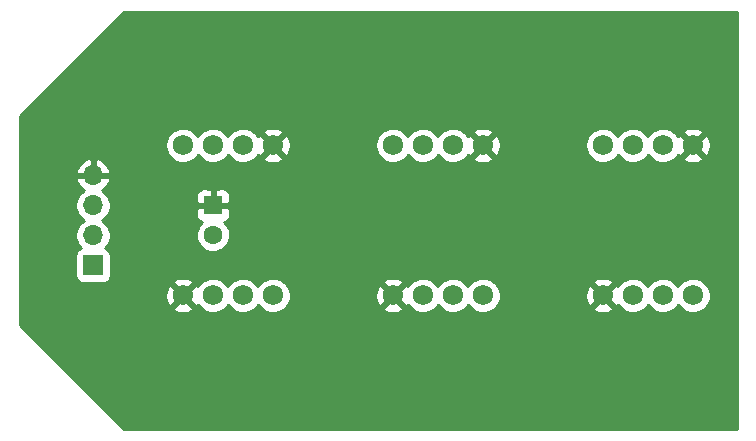
<source format=gbl>
G04 #@! TF.GenerationSoftware,KiCad,Pcbnew,(5.1.0-851-g3912c7407)*
G04 #@! TF.CreationDate,2019-06-16T00:16:21-04:00*
G04 #@! TF.ProjectId,Corsair_RGB_Fan_Adaptor,436f7273-6169-4725-9f52-47425f46616e,rev?*
G04 #@! TF.SameCoordinates,Original*
G04 #@! TF.FileFunction,Copper,L2,Bot*
G04 #@! TF.FilePolarity,Positive*
%FSLAX46Y46*%
G04 Gerber Fmt 4.6, Leading zero omitted, Abs format (unit mm)*
G04 Created by KiCad (PCBNEW (5.1.0-851-g3912c7407)) date 2019-06-16 00:16:21*
%MOMM*%
%LPD*%
G04 APERTURE LIST*
%ADD10C,1.725000*%
%ADD11O,1.700000X1.700000*%
%ADD12R,1.700000X1.700000*%
%ADD13R,1.600000X1.600000*%
%ADD14C,1.600000*%
%ADD15C,0.254000*%
G04 APERTURE END LIST*
D10*
X127000000Y-114300000D03*
X124460000Y-114300000D03*
X121920000Y-114300000D03*
X119380000Y-114300000D03*
X144780000Y-114300000D03*
X142240000Y-114300000D03*
X139700000Y-114300000D03*
X137160000Y-114300000D03*
X162560000Y-114300000D03*
X160020000Y-114300000D03*
X157480000Y-114300000D03*
X154940000Y-114300000D03*
X154940000Y-127000000D03*
X157480000Y-127000000D03*
X160020000Y-127000000D03*
X162560000Y-127000000D03*
X137160000Y-127000000D03*
X139700000Y-127000000D03*
X142240000Y-127000000D03*
X144780000Y-127000000D03*
X119380000Y-127000000D03*
X121920000Y-127000000D03*
X124460000Y-127000000D03*
X127000000Y-127000000D03*
D11*
X111760000Y-116840000D03*
X111760000Y-119380000D03*
X111760000Y-121920000D03*
D12*
X111760000Y-124460000D03*
D13*
X121920000Y-119380000D03*
D14*
X121920000Y-121880000D03*
D15*
G36*
X166243000Y-138303000D02*
G01*
X114352606Y-138303000D01*
X105537000Y-129487394D01*
X105537000Y-128035818D01*
X118523787Y-128035818D01*
X118602681Y-128285954D01*
X118824944Y-128396358D01*
X119062347Y-128468673D01*
X119308415Y-128500926D01*
X119556437Y-128492238D01*
X119799645Y-128442845D01*
X120031405Y-128354095D01*
X120157319Y-128285954D01*
X120236213Y-128035818D01*
X119380000Y-127179605D01*
X118523787Y-128035818D01*
X105537000Y-128035818D01*
X105537000Y-126928415D01*
X117879074Y-126928415D01*
X117887762Y-127176437D01*
X117937155Y-127419645D01*
X118025905Y-127651405D01*
X118094046Y-127777319D01*
X118344182Y-127856213D01*
X119200395Y-127000000D01*
X119559605Y-127000000D01*
X120415818Y-127856213D01*
X120639249Y-127785742D01*
X120784230Y-127983834D01*
X120960167Y-128156124D01*
X121161881Y-128297366D01*
X121383954Y-128403766D01*
X121620423Y-128472466D01*
X121864938Y-128501623D01*
X122110931Y-128490452D01*
X122351797Y-128439255D01*
X122581067Y-128349405D01*
X122792583Y-128223316D01*
X122980665Y-128064374D01*
X123140263Y-127876848D01*
X123187901Y-127797564D01*
X123324230Y-127983834D01*
X123500167Y-128156124D01*
X123701881Y-128297366D01*
X123923954Y-128403766D01*
X124160423Y-128472466D01*
X124404938Y-128501623D01*
X124650931Y-128490452D01*
X124891797Y-128439255D01*
X125121067Y-128349405D01*
X125332583Y-128223316D01*
X125520665Y-128064374D01*
X125680263Y-127876848D01*
X125727901Y-127797564D01*
X125864230Y-127983834D01*
X126040167Y-128156124D01*
X126241881Y-128297366D01*
X126463954Y-128403766D01*
X126700423Y-128472466D01*
X126944938Y-128501623D01*
X127190931Y-128490452D01*
X127431797Y-128439255D01*
X127661067Y-128349405D01*
X127872583Y-128223316D01*
X128060665Y-128064374D01*
X128084968Y-128035818D01*
X136303787Y-128035818D01*
X136382681Y-128285954D01*
X136604944Y-128396358D01*
X136842347Y-128468673D01*
X137088415Y-128500926D01*
X137336437Y-128492238D01*
X137579645Y-128442845D01*
X137811405Y-128354095D01*
X137937319Y-128285954D01*
X138016213Y-128035818D01*
X137160000Y-127179605D01*
X136303787Y-128035818D01*
X128084968Y-128035818D01*
X128220263Y-127876848D01*
X128347089Y-127665773D01*
X128437739Y-127436818D01*
X128489777Y-127196133D01*
X128496319Y-126928415D01*
X135659074Y-126928415D01*
X135667762Y-127176437D01*
X135717155Y-127419645D01*
X135805905Y-127651405D01*
X135874046Y-127777319D01*
X136124182Y-127856213D01*
X136980395Y-127000000D01*
X137339605Y-127000000D01*
X138195818Y-127856213D01*
X138419249Y-127785742D01*
X138564230Y-127983834D01*
X138740167Y-128156124D01*
X138941881Y-128297366D01*
X139163954Y-128403766D01*
X139400423Y-128472466D01*
X139644938Y-128501623D01*
X139890931Y-128490452D01*
X140131797Y-128439255D01*
X140361067Y-128349405D01*
X140572583Y-128223316D01*
X140760665Y-128064374D01*
X140920263Y-127876848D01*
X140967901Y-127797564D01*
X141104230Y-127983834D01*
X141280167Y-128156124D01*
X141481881Y-128297366D01*
X141703954Y-128403766D01*
X141940423Y-128472466D01*
X142184938Y-128501623D01*
X142430931Y-128490452D01*
X142671797Y-128439255D01*
X142901067Y-128349405D01*
X143112583Y-128223316D01*
X143300665Y-128064374D01*
X143460263Y-127876848D01*
X143507901Y-127797564D01*
X143644230Y-127983834D01*
X143820167Y-128156124D01*
X144021881Y-128297366D01*
X144243954Y-128403766D01*
X144480423Y-128472466D01*
X144724938Y-128501623D01*
X144970931Y-128490452D01*
X145211797Y-128439255D01*
X145441067Y-128349405D01*
X145652583Y-128223316D01*
X145840665Y-128064374D01*
X145864968Y-128035818D01*
X154083787Y-128035818D01*
X154162681Y-128285954D01*
X154384944Y-128396358D01*
X154622347Y-128468673D01*
X154868415Y-128500926D01*
X155116437Y-128492238D01*
X155359645Y-128442845D01*
X155591405Y-128354095D01*
X155717319Y-128285954D01*
X155796213Y-128035818D01*
X154940000Y-127179605D01*
X154083787Y-128035818D01*
X145864968Y-128035818D01*
X146000263Y-127876848D01*
X146127089Y-127665773D01*
X146217739Y-127436818D01*
X146269777Y-127196133D01*
X146276319Y-126928415D01*
X153439074Y-126928415D01*
X153447762Y-127176437D01*
X153497155Y-127419645D01*
X153585905Y-127651405D01*
X153654046Y-127777319D01*
X153904182Y-127856213D01*
X154760395Y-127000000D01*
X155119605Y-127000000D01*
X155975818Y-127856213D01*
X156199249Y-127785742D01*
X156344230Y-127983834D01*
X156520167Y-128156124D01*
X156721881Y-128297366D01*
X156943954Y-128403766D01*
X157180423Y-128472466D01*
X157424938Y-128501623D01*
X157670931Y-128490452D01*
X157911797Y-128439255D01*
X158141067Y-128349405D01*
X158352583Y-128223316D01*
X158540665Y-128064374D01*
X158700263Y-127876848D01*
X158747901Y-127797564D01*
X158884230Y-127983834D01*
X159060167Y-128156124D01*
X159261881Y-128297366D01*
X159483954Y-128403766D01*
X159720423Y-128472466D01*
X159964938Y-128501623D01*
X160210931Y-128490452D01*
X160451797Y-128439255D01*
X160681067Y-128349405D01*
X160892583Y-128223316D01*
X161080665Y-128064374D01*
X161240263Y-127876848D01*
X161287901Y-127797564D01*
X161424230Y-127983834D01*
X161600167Y-128156124D01*
X161801881Y-128297366D01*
X162023954Y-128403766D01*
X162260423Y-128472466D01*
X162504938Y-128501623D01*
X162750931Y-128490452D01*
X162991797Y-128439255D01*
X163221067Y-128349405D01*
X163432583Y-128223316D01*
X163620665Y-128064374D01*
X163780263Y-127876848D01*
X163907089Y-127665773D01*
X163997739Y-127436818D01*
X164049777Y-127196133D01*
X164057579Y-126876877D01*
X164017361Y-126633936D01*
X163938004Y-126400827D01*
X163821640Y-126183809D01*
X163671393Y-125988710D01*
X163491300Y-125820770D01*
X163286196Y-125684499D01*
X163061589Y-125583557D01*
X162823512Y-125520654D01*
X162578358Y-125497480D01*
X162332711Y-125514657D01*
X162093168Y-125571725D01*
X161866162Y-125667149D01*
X161657789Y-125798368D01*
X161473646Y-125961858D01*
X161318678Y-126153228D01*
X161291189Y-126201618D01*
X161281640Y-126183809D01*
X161131393Y-125988710D01*
X160951300Y-125820770D01*
X160746196Y-125684499D01*
X160521589Y-125583557D01*
X160283512Y-125520654D01*
X160038358Y-125497480D01*
X159792711Y-125514657D01*
X159553168Y-125571725D01*
X159326162Y-125667149D01*
X159117789Y-125798368D01*
X158933646Y-125961858D01*
X158778678Y-126153228D01*
X158751189Y-126201618D01*
X158741640Y-126183809D01*
X158591393Y-125988710D01*
X158411300Y-125820770D01*
X158206196Y-125684499D01*
X157981589Y-125583557D01*
X157743512Y-125520654D01*
X157498358Y-125497480D01*
X157252711Y-125514657D01*
X157013168Y-125571725D01*
X156786162Y-125667149D01*
X156577789Y-125798368D01*
X156393646Y-125961858D01*
X156238678Y-126153228D01*
X156203285Y-126215531D01*
X155975818Y-126143787D01*
X155119605Y-127000000D01*
X154760395Y-127000000D01*
X153904182Y-126143787D01*
X153654046Y-126222681D01*
X153543642Y-126444944D01*
X153471327Y-126682347D01*
X153439074Y-126928415D01*
X146276319Y-126928415D01*
X146277579Y-126876877D01*
X146237361Y-126633936D01*
X146158004Y-126400827D01*
X146041640Y-126183809D01*
X145891393Y-125988710D01*
X145865091Y-125964182D01*
X154083787Y-125964182D01*
X154940000Y-126820395D01*
X155796213Y-125964182D01*
X155717319Y-125714046D01*
X155495056Y-125603642D01*
X155257653Y-125531327D01*
X155011585Y-125499074D01*
X154763563Y-125507762D01*
X154520355Y-125557155D01*
X154288595Y-125645905D01*
X154162681Y-125714046D01*
X154083787Y-125964182D01*
X145865091Y-125964182D01*
X145711300Y-125820770D01*
X145506196Y-125684499D01*
X145281589Y-125583557D01*
X145043512Y-125520654D01*
X144798358Y-125497480D01*
X144552711Y-125514657D01*
X144313168Y-125571725D01*
X144086162Y-125667149D01*
X143877789Y-125798368D01*
X143693646Y-125961858D01*
X143538678Y-126153228D01*
X143511189Y-126201618D01*
X143501640Y-126183809D01*
X143351393Y-125988710D01*
X143171300Y-125820770D01*
X142966196Y-125684499D01*
X142741589Y-125583557D01*
X142503512Y-125520654D01*
X142258358Y-125497480D01*
X142012711Y-125514657D01*
X141773168Y-125571725D01*
X141546162Y-125667149D01*
X141337789Y-125798368D01*
X141153646Y-125961858D01*
X140998678Y-126153228D01*
X140971189Y-126201618D01*
X140961640Y-126183809D01*
X140811393Y-125988710D01*
X140631300Y-125820770D01*
X140426196Y-125684499D01*
X140201589Y-125583557D01*
X139963512Y-125520654D01*
X139718358Y-125497480D01*
X139472711Y-125514657D01*
X139233168Y-125571725D01*
X139006162Y-125667149D01*
X138797789Y-125798368D01*
X138613646Y-125961858D01*
X138458678Y-126153228D01*
X138423285Y-126215531D01*
X138195818Y-126143787D01*
X137339605Y-127000000D01*
X136980395Y-127000000D01*
X136124182Y-126143787D01*
X135874046Y-126222681D01*
X135763642Y-126444944D01*
X135691327Y-126682347D01*
X135659074Y-126928415D01*
X128496319Y-126928415D01*
X128497579Y-126876877D01*
X128457361Y-126633936D01*
X128378004Y-126400827D01*
X128261640Y-126183809D01*
X128111393Y-125988710D01*
X128085091Y-125964182D01*
X136303787Y-125964182D01*
X137160000Y-126820395D01*
X138016213Y-125964182D01*
X137937319Y-125714046D01*
X137715056Y-125603642D01*
X137477653Y-125531327D01*
X137231585Y-125499074D01*
X136983563Y-125507762D01*
X136740355Y-125557155D01*
X136508595Y-125645905D01*
X136382681Y-125714046D01*
X136303787Y-125964182D01*
X128085091Y-125964182D01*
X127931300Y-125820770D01*
X127726196Y-125684499D01*
X127501589Y-125583557D01*
X127263512Y-125520654D01*
X127018358Y-125497480D01*
X126772711Y-125514657D01*
X126533168Y-125571725D01*
X126306162Y-125667149D01*
X126097789Y-125798368D01*
X125913646Y-125961858D01*
X125758678Y-126153228D01*
X125731189Y-126201618D01*
X125721640Y-126183809D01*
X125571393Y-125988710D01*
X125391300Y-125820770D01*
X125186196Y-125684499D01*
X124961589Y-125583557D01*
X124723512Y-125520654D01*
X124478358Y-125497480D01*
X124232711Y-125514657D01*
X123993168Y-125571725D01*
X123766162Y-125667149D01*
X123557789Y-125798368D01*
X123373646Y-125961858D01*
X123218678Y-126153228D01*
X123191189Y-126201618D01*
X123181640Y-126183809D01*
X123031393Y-125988710D01*
X122851300Y-125820770D01*
X122646196Y-125684499D01*
X122421589Y-125583557D01*
X122183512Y-125520654D01*
X121938358Y-125497480D01*
X121692711Y-125514657D01*
X121453168Y-125571725D01*
X121226162Y-125667149D01*
X121017789Y-125798368D01*
X120833646Y-125961858D01*
X120678678Y-126153228D01*
X120643285Y-126215531D01*
X120415818Y-126143787D01*
X119559605Y-127000000D01*
X119200395Y-127000000D01*
X118344182Y-126143787D01*
X118094046Y-126222681D01*
X117983642Y-126444944D01*
X117911327Y-126682347D01*
X117879074Y-126928415D01*
X105537000Y-126928415D01*
X105537000Y-125964182D01*
X118523787Y-125964182D01*
X119380000Y-126820395D01*
X120236213Y-125964182D01*
X120157319Y-125714046D01*
X119935056Y-125603642D01*
X119697653Y-125531327D01*
X119451585Y-125499074D01*
X119203563Y-125507762D01*
X118960355Y-125557155D01*
X118728595Y-125645905D01*
X118602681Y-125714046D01*
X118523787Y-125964182D01*
X105537000Y-125964182D01*
X105537000Y-123610000D01*
X110269953Y-123610000D01*
X110269953Y-125310000D01*
X110301279Y-125507785D01*
X110369590Y-125652954D01*
X110471858Y-125776574D01*
X110601655Y-125870877D01*
X110750827Y-125929939D01*
X110910000Y-125950047D01*
X112610000Y-125950047D01*
X112807785Y-125918721D01*
X112952954Y-125850410D01*
X113076574Y-125748142D01*
X113170877Y-125618345D01*
X113229939Y-125469173D01*
X113250047Y-125310000D01*
X113250047Y-123610000D01*
X113218721Y-123412215D01*
X113150410Y-123267046D01*
X113048142Y-123143426D01*
X112918345Y-123049123D01*
X112784125Y-122995981D01*
X112849782Y-122936238D01*
X113001127Y-122744603D01*
X113119140Y-122530822D01*
X113200653Y-122300637D01*
X113243476Y-122060230D01*
X113246459Y-121816057D01*
X113209523Y-121574675D01*
X113133658Y-121342567D01*
X113020903Y-121125967D01*
X112874286Y-120930691D01*
X112697743Y-120761983D01*
X112532302Y-120649127D01*
X112669171Y-120560582D01*
X112849782Y-120396238D01*
X113001127Y-120204603D01*
X113014708Y-120180000D01*
X120479953Y-120180000D01*
X120500061Y-120339173D01*
X120559123Y-120488345D01*
X120653426Y-120618142D01*
X120777046Y-120720410D01*
X120922215Y-120788721D01*
X120976067Y-120798994D01*
X120878987Y-120885186D01*
X120730486Y-121068569D01*
X120613931Y-121273743D01*
X120532451Y-121495199D01*
X120488235Y-121726988D01*
X120482470Y-121962887D01*
X120515310Y-122196561D01*
X120585875Y-122421732D01*
X120692268Y-122632355D01*
X120831633Y-122822773D01*
X121000227Y-122987872D01*
X121193522Y-123123219D01*
X121406327Y-123225178D01*
X121632927Y-123291011D01*
X121867236Y-123318951D01*
X122102963Y-123308247D01*
X122333776Y-123259186D01*
X122553476Y-123173086D01*
X122756165Y-123052260D01*
X122936397Y-122899951D01*
X123089334Y-122720251D01*
X123210867Y-122517986D01*
X123297733Y-122298587D01*
X123347599Y-122067947D01*
X123355076Y-121762015D01*
X123316536Y-121529214D01*
X123240491Y-121305834D01*
X123128984Y-121097873D01*
X122985008Y-120910917D01*
X122864807Y-120798827D01*
X122917785Y-120788721D01*
X123062954Y-120720410D01*
X123186574Y-120618142D01*
X123280877Y-120488345D01*
X123339939Y-120339173D01*
X123360047Y-120180000D01*
X123355000Y-119665750D01*
X123196250Y-119507000D01*
X122047000Y-119507000D01*
X122047000Y-119527000D01*
X121793000Y-119527000D01*
X121793000Y-119507000D01*
X120643750Y-119507000D01*
X120485000Y-119665750D01*
X120479953Y-120180000D01*
X113014708Y-120180000D01*
X113119140Y-119990822D01*
X113200653Y-119760637D01*
X113243476Y-119520230D01*
X113246459Y-119276057D01*
X113209523Y-119034675D01*
X113133658Y-118802567D01*
X113020903Y-118585967D01*
X113016423Y-118580000D01*
X120479953Y-118580000D01*
X120485000Y-119094250D01*
X120643750Y-119253000D01*
X121793000Y-119253000D01*
X121793000Y-118103750D01*
X122047000Y-118103750D01*
X122047000Y-119253000D01*
X123196250Y-119253000D01*
X123355000Y-119094250D01*
X123360047Y-118580000D01*
X123339939Y-118420827D01*
X123280877Y-118271655D01*
X123186574Y-118141858D01*
X123062954Y-118039590D01*
X122917785Y-117971279D01*
X122760189Y-117941216D01*
X122205750Y-117945000D01*
X122047000Y-118103750D01*
X121793000Y-118103750D01*
X121634250Y-117945000D01*
X121079811Y-117941216D01*
X120922215Y-117971279D01*
X120777046Y-118039590D01*
X120653426Y-118141858D01*
X120559123Y-118271655D01*
X120500061Y-118420827D01*
X120479953Y-118580000D01*
X113016423Y-118580000D01*
X112874286Y-118390691D01*
X112697743Y-118221983D01*
X112529146Y-118106974D01*
X112565601Y-118087495D01*
X112759945Y-117937883D01*
X112927013Y-117758324D01*
X113062248Y-117553715D01*
X113161961Y-117329638D01*
X113201476Y-117196890D01*
X113080155Y-116967000D01*
X111887000Y-116967000D01*
X111887000Y-116987000D01*
X111633000Y-116987000D01*
X111633000Y-116967000D01*
X110439845Y-116967000D01*
X110318524Y-117196890D01*
X110358039Y-117329638D01*
X110457752Y-117553715D01*
X110592987Y-117758324D01*
X110760055Y-117937883D01*
X110954399Y-118087495D01*
X110992427Y-118107814D01*
X110850829Y-118199418D01*
X110670218Y-118363762D01*
X110518873Y-118555397D01*
X110400860Y-118769178D01*
X110319347Y-118999363D01*
X110276524Y-119239770D01*
X110273541Y-119483943D01*
X110310477Y-119725325D01*
X110386342Y-119957433D01*
X110499097Y-120174033D01*
X110645714Y-120369309D01*
X110822257Y-120538017D01*
X110987698Y-120650873D01*
X110850829Y-120739418D01*
X110670218Y-120903762D01*
X110518873Y-121095397D01*
X110400860Y-121309178D01*
X110319347Y-121539363D01*
X110276524Y-121779770D01*
X110273541Y-122023943D01*
X110310477Y-122265325D01*
X110386342Y-122497433D01*
X110499097Y-122714033D01*
X110645714Y-122909309D01*
X110737727Y-122997238D01*
X110712215Y-123001279D01*
X110567046Y-123069590D01*
X110443426Y-123171858D01*
X110349123Y-123301655D01*
X110290061Y-123450827D01*
X110269953Y-123610000D01*
X105537000Y-123610000D01*
X105537000Y-116483110D01*
X110318524Y-116483110D01*
X110439845Y-116713000D01*
X111633000Y-116713000D01*
X111633000Y-115519187D01*
X111887000Y-115519187D01*
X111887000Y-116713000D01*
X113080155Y-116713000D01*
X113201476Y-116483110D01*
X113161961Y-116350362D01*
X113062248Y-116126285D01*
X112927013Y-115921676D01*
X112759945Y-115742117D01*
X112565601Y-115592505D01*
X112349283Y-115476922D01*
X112116891Y-115398520D01*
X111887000Y-115519187D01*
X111633000Y-115519187D01*
X111403109Y-115398520D01*
X111170717Y-115476922D01*
X110954399Y-115592505D01*
X110760055Y-115742117D01*
X110592987Y-115921676D01*
X110457752Y-116126285D01*
X110358039Y-116350362D01*
X110318524Y-116483110D01*
X105537000Y-116483110D01*
X105537000Y-114386498D01*
X117879860Y-114386498D01*
X117914131Y-114630348D01*
X117987768Y-114865327D01*
X118098796Y-115085123D01*
X118244230Y-115283834D01*
X118420167Y-115456124D01*
X118621881Y-115597366D01*
X118843954Y-115703766D01*
X119080423Y-115772466D01*
X119324938Y-115801623D01*
X119570931Y-115790452D01*
X119811797Y-115739255D01*
X120041067Y-115649405D01*
X120252583Y-115523316D01*
X120440665Y-115364374D01*
X120600263Y-115176848D01*
X120647901Y-115097564D01*
X120784230Y-115283834D01*
X120960167Y-115456124D01*
X121161881Y-115597366D01*
X121383954Y-115703766D01*
X121620423Y-115772466D01*
X121864938Y-115801623D01*
X122110931Y-115790452D01*
X122351797Y-115739255D01*
X122581067Y-115649405D01*
X122792583Y-115523316D01*
X122980665Y-115364374D01*
X123140263Y-115176848D01*
X123187901Y-115097564D01*
X123324230Y-115283834D01*
X123500167Y-115456124D01*
X123701881Y-115597366D01*
X123923954Y-115703766D01*
X124160423Y-115772466D01*
X124404938Y-115801623D01*
X124650931Y-115790452D01*
X124891797Y-115739255D01*
X125121067Y-115649405D01*
X125332583Y-115523316D01*
X125520665Y-115364374D01*
X125544968Y-115335818D01*
X126143787Y-115335818D01*
X126222681Y-115585954D01*
X126444944Y-115696358D01*
X126682347Y-115768673D01*
X126928415Y-115800926D01*
X127176437Y-115792238D01*
X127419645Y-115742845D01*
X127651405Y-115654095D01*
X127777319Y-115585954D01*
X127856213Y-115335818D01*
X127000000Y-114479605D01*
X126143787Y-115335818D01*
X125544968Y-115335818D01*
X125680263Y-115176848D01*
X125735920Y-115084218D01*
X125964182Y-115156213D01*
X126820395Y-114300000D01*
X127179605Y-114300000D01*
X128035818Y-115156213D01*
X128285954Y-115077319D01*
X128396358Y-114855056D01*
X128468673Y-114617653D01*
X128498971Y-114386498D01*
X135659860Y-114386498D01*
X135694131Y-114630348D01*
X135767768Y-114865327D01*
X135878796Y-115085123D01*
X136024230Y-115283834D01*
X136200167Y-115456124D01*
X136401881Y-115597366D01*
X136623954Y-115703766D01*
X136860423Y-115772466D01*
X137104938Y-115801623D01*
X137350931Y-115790452D01*
X137591797Y-115739255D01*
X137821067Y-115649405D01*
X138032583Y-115523316D01*
X138220665Y-115364374D01*
X138380263Y-115176848D01*
X138427901Y-115097564D01*
X138564230Y-115283834D01*
X138740167Y-115456124D01*
X138941881Y-115597366D01*
X139163954Y-115703766D01*
X139400423Y-115772466D01*
X139644938Y-115801623D01*
X139890931Y-115790452D01*
X140131797Y-115739255D01*
X140361067Y-115649405D01*
X140572583Y-115523316D01*
X140760665Y-115364374D01*
X140920263Y-115176848D01*
X140967901Y-115097564D01*
X141104230Y-115283834D01*
X141280167Y-115456124D01*
X141481881Y-115597366D01*
X141703954Y-115703766D01*
X141940423Y-115772466D01*
X142184938Y-115801623D01*
X142430931Y-115790452D01*
X142671797Y-115739255D01*
X142901067Y-115649405D01*
X143112583Y-115523316D01*
X143300665Y-115364374D01*
X143324968Y-115335818D01*
X143923787Y-115335818D01*
X144002681Y-115585954D01*
X144224944Y-115696358D01*
X144462347Y-115768673D01*
X144708415Y-115800926D01*
X144956437Y-115792238D01*
X145199645Y-115742845D01*
X145431405Y-115654095D01*
X145557319Y-115585954D01*
X145636213Y-115335818D01*
X144780000Y-114479605D01*
X143923787Y-115335818D01*
X143324968Y-115335818D01*
X143460263Y-115176848D01*
X143515920Y-115084218D01*
X143744182Y-115156213D01*
X144600395Y-114300000D01*
X144959605Y-114300000D01*
X145815818Y-115156213D01*
X146065954Y-115077319D01*
X146176358Y-114855056D01*
X146248673Y-114617653D01*
X146278971Y-114386498D01*
X153439860Y-114386498D01*
X153474131Y-114630348D01*
X153547768Y-114865327D01*
X153658796Y-115085123D01*
X153804230Y-115283834D01*
X153980167Y-115456124D01*
X154181881Y-115597366D01*
X154403954Y-115703766D01*
X154640423Y-115772466D01*
X154884938Y-115801623D01*
X155130931Y-115790452D01*
X155371797Y-115739255D01*
X155601067Y-115649405D01*
X155812583Y-115523316D01*
X156000665Y-115364374D01*
X156160263Y-115176848D01*
X156207901Y-115097564D01*
X156344230Y-115283834D01*
X156520167Y-115456124D01*
X156721881Y-115597366D01*
X156943954Y-115703766D01*
X157180423Y-115772466D01*
X157424938Y-115801623D01*
X157670931Y-115790452D01*
X157911797Y-115739255D01*
X158141067Y-115649405D01*
X158352583Y-115523316D01*
X158540665Y-115364374D01*
X158700263Y-115176848D01*
X158747901Y-115097564D01*
X158884230Y-115283834D01*
X159060167Y-115456124D01*
X159261881Y-115597366D01*
X159483954Y-115703766D01*
X159720423Y-115772466D01*
X159964938Y-115801623D01*
X160210931Y-115790452D01*
X160451797Y-115739255D01*
X160681067Y-115649405D01*
X160892583Y-115523316D01*
X161080665Y-115364374D01*
X161104968Y-115335818D01*
X161703787Y-115335818D01*
X161782681Y-115585954D01*
X162004944Y-115696358D01*
X162242347Y-115768673D01*
X162488415Y-115800926D01*
X162736437Y-115792238D01*
X162979645Y-115742845D01*
X163211405Y-115654095D01*
X163337319Y-115585954D01*
X163416213Y-115335818D01*
X162560000Y-114479605D01*
X161703787Y-115335818D01*
X161104968Y-115335818D01*
X161240263Y-115176848D01*
X161295920Y-115084218D01*
X161524182Y-115156213D01*
X162380395Y-114300000D01*
X162739605Y-114300000D01*
X163595818Y-115156213D01*
X163845954Y-115077319D01*
X163956358Y-114855056D01*
X164028673Y-114617653D01*
X164060926Y-114371585D01*
X164052238Y-114123563D01*
X164002845Y-113880355D01*
X163914095Y-113648595D01*
X163845954Y-113522681D01*
X163595818Y-113443787D01*
X162739605Y-114300000D01*
X162380395Y-114300000D01*
X161524182Y-113443787D01*
X161298369Y-113515009D01*
X161281640Y-113483809D01*
X161131393Y-113288710D01*
X161105091Y-113264182D01*
X161703787Y-113264182D01*
X162560000Y-114120395D01*
X163416213Y-113264182D01*
X163337319Y-113014046D01*
X163115056Y-112903642D01*
X162877653Y-112831327D01*
X162631585Y-112799074D01*
X162383563Y-112807762D01*
X162140355Y-112857155D01*
X161908595Y-112945905D01*
X161782681Y-113014046D01*
X161703787Y-113264182D01*
X161105091Y-113264182D01*
X160951300Y-113120770D01*
X160746196Y-112984499D01*
X160521589Y-112883557D01*
X160283512Y-112820654D01*
X160038358Y-112797480D01*
X159792711Y-112814657D01*
X159553168Y-112871725D01*
X159326162Y-112967149D01*
X159117789Y-113098368D01*
X158933646Y-113261858D01*
X158778678Y-113453228D01*
X158751189Y-113501618D01*
X158741640Y-113483809D01*
X158591393Y-113288710D01*
X158411300Y-113120770D01*
X158206196Y-112984499D01*
X157981589Y-112883557D01*
X157743512Y-112820654D01*
X157498358Y-112797480D01*
X157252711Y-112814657D01*
X157013168Y-112871725D01*
X156786162Y-112967149D01*
X156577789Y-113098368D01*
X156393646Y-113261858D01*
X156238678Y-113453228D01*
X156211189Y-113501618D01*
X156201640Y-113483809D01*
X156051393Y-113288710D01*
X155871300Y-113120770D01*
X155666196Y-112984499D01*
X155441589Y-112883557D01*
X155203512Y-112820654D01*
X154958358Y-112797480D01*
X154712711Y-112814657D01*
X154473168Y-112871725D01*
X154246162Y-112967149D01*
X154037789Y-113098368D01*
X153853646Y-113261858D01*
X153698678Y-113453228D01*
X153577047Y-113667338D01*
X153492018Y-113898439D01*
X153445876Y-114140324D01*
X153439860Y-114386498D01*
X146278971Y-114386498D01*
X146280926Y-114371585D01*
X146272238Y-114123563D01*
X146222845Y-113880355D01*
X146134095Y-113648595D01*
X146065954Y-113522681D01*
X145815818Y-113443787D01*
X144959605Y-114300000D01*
X144600395Y-114300000D01*
X143744182Y-113443787D01*
X143518369Y-113515009D01*
X143501640Y-113483809D01*
X143351393Y-113288710D01*
X143325091Y-113264182D01*
X143923787Y-113264182D01*
X144780000Y-114120395D01*
X145636213Y-113264182D01*
X145557319Y-113014046D01*
X145335056Y-112903642D01*
X145097653Y-112831327D01*
X144851585Y-112799074D01*
X144603563Y-112807762D01*
X144360355Y-112857155D01*
X144128595Y-112945905D01*
X144002681Y-113014046D01*
X143923787Y-113264182D01*
X143325091Y-113264182D01*
X143171300Y-113120770D01*
X142966196Y-112984499D01*
X142741589Y-112883557D01*
X142503512Y-112820654D01*
X142258358Y-112797480D01*
X142012711Y-112814657D01*
X141773168Y-112871725D01*
X141546162Y-112967149D01*
X141337789Y-113098368D01*
X141153646Y-113261858D01*
X140998678Y-113453228D01*
X140971189Y-113501618D01*
X140961640Y-113483809D01*
X140811393Y-113288710D01*
X140631300Y-113120770D01*
X140426196Y-112984499D01*
X140201589Y-112883557D01*
X139963512Y-112820654D01*
X139718358Y-112797480D01*
X139472711Y-112814657D01*
X139233168Y-112871725D01*
X139006162Y-112967149D01*
X138797789Y-113098368D01*
X138613646Y-113261858D01*
X138458678Y-113453228D01*
X138431189Y-113501618D01*
X138421640Y-113483809D01*
X138271393Y-113288710D01*
X138091300Y-113120770D01*
X137886196Y-112984499D01*
X137661589Y-112883557D01*
X137423512Y-112820654D01*
X137178358Y-112797480D01*
X136932711Y-112814657D01*
X136693168Y-112871725D01*
X136466162Y-112967149D01*
X136257789Y-113098368D01*
X136073646Y-113261858D01*
X135918678Y-113453228D01*
X135797047Y-113667338D01*
X135712018Y-113898439D01*
X135665876Y-114140324D01*
X135659860Y-114386498D01*
X128498971Y-114386498D01*
X128500926Y-114371585D01*
X128492238Y-114123563D01*
X128442845Y-113880355D01*
X128354095Y-113648595D01*
X128285954Y-113522681D01*
X128035818Y-113443787D01*
X127179605Y-114300000D01*
X126820395Y-114300000D01*
X125964182Y-113443787D01*
X125738369Y-113515009D01*
X125721640Y-113483809D01*
X125571393Y-113288710D01*
X125545091Y-113264182D01*
X126143787Y-113264182D01*
X127000000Y-114120395D01*
X127856213Y-113264182D01*
X127777319Y-113014046D01*
X127555056Y-112903642D01*
X127317653Y-112831327D01*
X127071585Y-112799074D01*
X126823563Y-112807762D01*
X126580355Y-112857155D01*
X126348595Y-112945905D01*
X126222681Y-113014046D01*
X126143787Y-113264182D01*
X125545091Y-113264182D01*
X125391300Y-113120770D01*
X125186196Y-112984499D01*
X124961589Y-112883557D01*
X124723512Y-112820654D01*
X124478358Y-112797480D01*
X124232711Y-112814657D01*
X123993168Y-112871725D01*
X123766162Y-112967149D01*
X123557789Y-113098368D01*
X123373646Y-113261858D01*
X123218678Y-113453228D01*
X123191189Y-113501618D01*
X123181640Y-113483809D01*
X123031393Y-113288710D01*
X122851300Y-113120770D01*
X122646196Y-112984499D01*
X122421589Y-112883557D01*
X122183512Y-112820654D01*
X121938358Y-112797480D01*
X121692711Y-112814657D01*
X121453168Y-112871725D01*
X121226162Y-112967149D01*
X121017789Y-113098368D01*
X120833646Y-113261858D01*
X120678678Y-113453228D01*
X120651189Y-113501618D01*
X120641640Y-113483809D01*
X120491393Y-113288710D01*
X120311300Y-113120770D01*
X120106196Y-112984499D01*
X119881589Y-112883557D01*
X119643512Y-112820654D01*
X119398358Y-112797480D01*
X119152711Y-112814657D01*
X118913168Y-112871725D01*
X118686162Y-112967149D01*
X118477789Y-113098368D01*
X118293646Y-113261858D01*
X118138678Y-113453228D01*
X118017047Y-113667338D01*
X117932018Y-113898439D01*
X117885876Y-114140324D01*
X117879860Y-114386498D01*
X105537000Y-114386498D01*
X105537000Y-111812606D01*
X114352606Y-102997000D01*
X166243000Y-102997000D01*
X166243000Y-138303000D01*
X166243000Y-138303000D01*
G37*
X166243000Y-138303000D02*
X114352606Y-138303000D01*
X105537000Y-129487394D01*
X105537000Y-128035818D01*
X118523787Y-128035818D01*
X118602681Y-128285954D01*
X118824944Y-128396358D01*
X119062347Y-128468673D01*
X119308415Y-128500926D01*
X119556437Y-128492238D01*
X119799645Y-128442845D01*
X120031405Y-128354095D01*
X120157319Y-128285954D01*
X120236213Y-128035818D01*
X119380000Y-127179605D01*
X118523787Y-128035818D01*
X105537000Y-128035818D01*
X105537000Y-126928415D01*
X117879074Y-126928415D01*
X117887762Y-127176437D01*
X117937155Y-127419645D01*
X118025905Y-127651405D01*
X118094046Y-127777319D01*
X118344182Y-127856213D01*
X119200395Y-127000000D01*
X119559605Y-127000000D01*
X120415818Y-127856213D01*
X120639249Y-127785742D01*
X120784230Y-127983834D01*
X120960167Y-128156124D01*
X121161881Y-128297366D01*
X121383954Y-128403766D01*
X121620423Y-128472466D01*
X121864938Y-128501623D01*
X122110931Y-128490452D01*
X122351797Y-128439255D01*
X122581067Y-128349405D01*
X122792583Y-128223316D01*
X122980665Y-128064374D01*
X123140263Y-127876848D01*
X123187901Y-127797564D01*
X123324230Y-127983834D01*
X123500167Y-128156124D01*
X123701881Y-128297366D01*
X123923954Y-128403766D01*
X124160423Y-128472466D01*
X124404938Y-128501623D01*
X124650931Y-128490452D01*
X124891797Y-128439255D01*
X125121067Y-128349405D01*
X125332583Y-128223316D01*
X125520665Y-128064374D01*
X125680263Y-127876848D01*
X125727901Y-127797564D01*
X125864230Y-127983834D01*
X126040167Y-128156124D01*
X126241881Y-128297366D01*
X126463954Y-128403766D01*
X126700423Y-128472466D01*
X126944938Y-128501623D01*
X127190931Y-128490452D01*
X127431797Y-128439255D01*
X127661067Y-128349405D01*
X127872583Y-128223316D01*
X128060665Y-128064374D01*
X128084968Y-128035818D01*
X136303787Y-128035818D01*
X136382681Y-128285954D01*
X136604944Y-128396358D01*
X136842347Y-128468673D01*
X137088415Y-128500926D01*
X137336437Y-128492238D01*
X137579645Y-128442845D01*
X137811405Y-128354095D01*
X137937319Y-128285954D01*
X138016213Y-128035818D01*
X137160000Y-127179605D01*
X136303787Y-128035818D01*
X128084968Y-128035818D01*
X128220263Y-127876848D01*
X128347089Y-127665773D01*
X128437739Y-127436818D01*
X128489777Y-127196133D01*
X128496319Y-126928415D01*
X135659074Y-126928415D01*
X135667762Y-127176437D01*
X135717155Y-127419645D01*
X135805905Y-127651405D01*
X135874046Y-127777319D01*
X136124182Y-127856213D01*
X136980395Y-127000000D01*
X137339605Y-127000000D01*
X138195818Y-127856213D01*
X138419249Y-127785742D01*
X138564230Y-127983834D01*
X138740167Y-128156124D01*
X138941881Y-128297366D01*
X139163954Y-128403766D01*
X139400423Y-128472466D01*
X139644938Y-128501623D01*
X139890931Y-128490452D01*
X140131797Y-128439255D01*
X140361067Y-128349405D01*
X140572583Y-128223316D01*
X140760665Y-128064374D01*
X140920263Y-127876848D01*
X140967901Y-127797564D01*
X141104230Y-127983834D01*
X141280167Y-128156124D01*
X141481881Y-128297366D01*
X141703954Y-128403766D01*
X141940423Y-128472466D01*
X142184938Y-128501623D01*
X142430931Y-128490452D01*
X142671797Y-128439255D01*
X142901067Y-128349405D01*
X143112583Y-128223316D01*
X143300665Y-128064374D01*
X143460263Y-127876848D01*
X143507901Y-127797564D01*
X143644230Y-127983834D01*
X143820167Y-128156124D01*
X144021881Y-128297366D01*
X144243954Y-128403766D01*
X144480423Y-128472466D01*
X144724938Y-128501623D01*
X144970931Y-128490452D01*
X145211797Y-128439255D01*
X145441067Y-128349405D01*
X145652583Y-128223316D01*
X145840665Y-128064374D01*
X145864968Y-128035818D01*
X154083787Y-128035818D01*
X154162681Y-128285954D01*
X154384944Y-128396358D01*
X154622347Y-128468673D01*
X154868415Y-128500926D01*
X155116437Y-128492238D01*
X155359645Y-128442845D01*
X155591405Y-128354095D01*
X155717319Y-128285954D01*
X155796213Y-128035818D01*
X154940000Y-127179605D01*
X154083787Y-128035818D01*
X145864968Y-128035818D01*
X146000263Y-127876848D01*
X146127089Y-127665773D01*
X146217739Y-127436818D01*
X146269777Y-127196133D01*
X146276319Y-126928415D01*
X153439074Y-126928415D01*
X153447762Y-127176437D01*
X153497155Y-127419645D01*
X153585905Y-127651405D01*
X153654046Y-127777319D01*
X153904182Y-127856213D01*
X154760395Y-127000000D01*
X155119605Y-127000000D01*
X155975818Y-127856213D01*
X156199249Y-127785742D01*
X156344230Y-127983834D01*
X156520167Y-128156124D01*
X156721881Y-128297366D01*
X156943954Y-128403766D01*
X157180423Y-128472466D01*
X157424938Y-128501623D01*
X157670931Y-128490452D01*
X157911797Y-128439255D01*
X158141067Y-128349405D01*
X158352583Y-128223316D01*
X158540665Y-128064374D01*
X158700263Y-127876848D01*
X158747901Y-127797564D01*
X158884230Y-127983834D01*
X159060167Y-128156124D01*
X159261881Y-128297366D01*
X159483954Y-128403766D01*
X159720423Y-128472466D01*
X159964938Y-128501623D01*
X160210931Y-128490452D01*
X160451797Y-128439255D01*
X160681067Y-128349405D01*
X160892583Y-128223316D01*
X161080665Y-128064374D01*
X161240263Y-127876848D01*
X161287901Y-127797564D01*
X161424230Y-127983834D01*
X161600167Y-128156124D01*
X161801881Y-128297366D01*
X162023954Y-128403766D01*
X162260423Y-128472466D01*
X162504938Y-128501623D01*
X162750931Y-128490452D01*
X162991797Y-128439255D01*
X163221067Y-128349405D01*
X163432583Y-128223316D01*
X163620665Y-128064374D01*
X163780263Y-127876848D01*
X163907089Y-127665773D01*
X163997739Y-127436818D01*
X164049777Y-127196133D01*
X164057579Y-126876877D01*
X164017361Y-126633936D01*
X163938004Y-126400827D01*
X163821640Y-126183809D01*
X163671393Y-125988710D01*
X163491300Y-125820770D01*
X163286196Y-125684499D01*
X163061589Y-125583557D01*
X162823512Y-125520654D01*
X162578358Y-125497480D01*
X162332711Y-125514657D01*
X162093168Y-125571725D01*
X161866162Y-125667149D01*
X161657789Y-125798368D01*
X161473646Y-125961858D01*
X161318678Y-126153228D01*
X161291189Y-126201618D01*
X161281640Y-126183809D01*
X161131393Y-125988710D01*
X160951300Y-125820770D01*
X160746196Y-125684499D01*
X160521589Y-125583557D01*
X160283512Y-125520654D01*
X160038358Y-125497480D01*
X159792711Y-125514657D01*
X159553168Y-125571725D01*
X159326162Y-125667149D01*
X159117789Y-125798368D01*
X158933646Y-125961858D01*
X158778678Y-126153228D01*
X158751189Y-126201618D01*
X158741640Y-126183809D01*
X158591393Y-125988710D01*
X158411300Y-125820770D01*
X158206196Y-125684499D01*
X157981589Y-125583557D01*
X157743512Y-125520654D01*
X157498358Y-125497480D01*
X157252711Y-125514657D01*
X157013168Y-125571725D01*
X156786162Y-125667149D01*
X156577789Y-125798368D01*
X156393646Y-125961858D01*
X156238678Y-126153228D01*
X156203285Y-126215531D01*
X155975818Y-126143787D01*
X155119605Y-127000000D01*
X154760395Y-127000000D01*
X153904182Y-126143787D01*
X153654046Y-126222681D01*
X153543642Y-126444944D01*
X153471327Y-126682347D01*
X153439074Y-126928415D01*
X146276319Y-126928415D01*
X146277579Y-126876877D01*
X146237361Y-126633936D01*
X146158004Y-126400827D01*
X146041640Y-126183809D01*
X145891393Y-125988710D01*
X145865091Y-125964182D01*
X154083787Y-125964182D01*
X154940000Y-126820395D01*
X155796213Y-125964182D01*
X155717319Y-125714046D01*
X155495056Y-125603642D01*
X155257653Y-125531327D01*
X155011585Y-125499074D01*
X154763563Y-125507762D01*
X154520355Y-125557155D01*
X154288595Y-125645905D01*
X154162681Y-125714046D01*
X154083787Y-125964182D01*
X145865091Y-125964182D01*
X145711300Y-125820770D01*
X145506196Y-125684499D01*
X145281589Y-125583557D01*
X145043512Y-125520654D01*
X144798358Y-125497480D01*
X144552711Y-125514657D01*
X144313168Y-125571725D01*
X144086162Y-125667149D01*
X143877789Y-125798368D01*
X143693646Y-125961858D01*
X143538678Y-126153228D01*
X143511189Y-126201618D01*
X143501640Y-126183809D01*
X143351393Y-125988710D01*
X143171300Y-125820770D01*
X142966196Y-125684499D01*
X142741589Y-125583557D01*
X142503512Y-125520654D01*
X142258358Y-125497480D01*
X142012711Y-125514657D01*
X141773168Y-125571725D01*
X141546162Y-125667149D01*
X141337789Y-125798368D01*
X141153646Y-125961858D01*
X140998678Y-126153228D01*
X140971189Y-126201618D01*
X140961640Y-126183809D01*
X140811393Y-125988710D01*
X140631300Y-125820770D01*
X140426196Y-125684499D01*
X140201589Y-125583557D01*
X139963512Y-125520654D01*
X139718358Y-125497480D01*
X139472711Y-125514657D01*
X139233168Y-125571725D01*
X139006162Y-125667149D01*
X138797789Y-125798368D01*
X138613646Y-125961858D01*
X138458678Y-126153228D01*
X138423285Y-126215531D01*
X138195818Y-126143787D01*
X137339605Y-127000000D01*
X136980395Y-127000000D01*
X136124182Y-126143787D01*
X135874046Y-126222681D01*
X135763642Y-126444944D01*
X135691327Y-126682347D01*
X135659074Y-126928415D01*
X128496319Y-126928415D01*
X128497579Y-126876877D01*
X128457361Y-126633936D01*
X128378004Y-126400827D01*
X128261640Y-126183809D01*
X128111393Y-125988710D01*
X128085091Y-125964182D01*
X136303787Y-125964182D01*
X137160000Y-126820395D01*
X138016213Y-125964182D01*
X137937319Y-125714046D01*
X137715056Y-125603642D01*
X137477653Y-125531327D01*
X137231585Y-125499074D01*
X136983563Y-125507762D01*
X136740355Y-125557155D01*
X136508595Y-125645905D01*
X136382681Y-125714046D01*
X136303787Y-125964182D01*
X128085091Y-125964182D01*
X127931300Y-125820770D01*
X127726196Y-125684499D01*
X127501589Y-125583557D01*
X127263512Y-125520654D01*
X127018358Y-125497480D01*
X126772711Y-125514657D01*
X126533168Y-125571725D01*
X126306162Y-125667149D01*
X126097789Y-125798368D01*
X125913646Y-125961858D01*
X125758678Y-126153228D01*
X125731189Y-126201618D01*
X125721640Y-126183809D01*
X125571393Y-125988710D01*
X125391300Y-125820770D01*
X125186196Y-125684499D01*
X124961589Y-125583557D01*
X124723512Y-125520654D01*
X124478358Y-125497480D01*
X124232711Y-125514657D01*
X123993168Y-125571725D01*
X123766162Y-125667149D01*
X123557789Y-125798368D01*
X123373646Y-125961858D01*
X123218678Y-126153228D01*
X123191189Y-126201618D01*
X123181640Y-126183809D01*
X123031393Y-125988710D01*
X122851300Y-125820770D01*
X122646196Y-125684499D01*
X122421589Y-125583557D01*
X122183512Y-125520654D01*
X121938358Y-125497480D01*
X121692711Y-125514657D01*
X121453168Y-125571725D01*
X121226162Y-125667149D01*
X121017789Y-125798368D01*
X120833646Y-125961858D01*
X120678678Y-126153228D01*
X120643285Y-126215531D01*
X120415818Y-126143787D01*
X119559605Y-127000000D01*
X119200395Y-127000000D01*
X118344182Y-126143787D01*
X118094046Y-126222681D01*
X117983642Y-126444944D01*
X117911327Y-126682347D01*
X117879074Y-126928415D01*
X105537000Y-126928415D01*
X105537000Y-125964182D01*
X118523787Y-125964182D01*
X119380000Y-126820395D01*
X120236213Y-125964182D01*
X120157319Y-125714046D01*
X119935056Y-125603642D01*
X119697653Y-125531327D01*
X119451585Y-125499074D01*
X119203563Y-125507762D01*
X118960355Y-125557155D01*
X118728595Y-125645905D01*
X118602681Y-125714046D01*
X118523787Y-125964182D01*
X105537000Y-125964182D01*
X105537000Y-123610000D01*
X110269953Y-123610000D01*
X110269953Y-125310000D01*
X110301279Y-125507785D01*
X110369590Y-125652954D01*
X110471858Y-125776574D01*
X110601655Y-125870877D01*
X110750827Y-125929939D01*
X110910000Y-125950047D01*
X112610000Y-125950047D01*
X112807785Y-125918721D01*
X112952954Y-125850410D01*
X113076574Y-125748142D01*
X113170877Y-125618345D01*
X113229939Y-125469173D01*
X113250047Y-125310000D01*
X113250047Y-123610000D01*
X113218721Y-123412215D01*
X113150410Y-123267046D01*
X113048142Y-123143426D01*
X112918345Y-123049123D01*
X112784125Y-122995981D01*
X112849782Y-122936238D01*
X113001127Y-122744603D01*
X113119140Y-122530822D01*
X113200653Y-122300637D01*
X113243476Y-122060230D01*
X113246459Y-121816057D01*
X113209523Y-121574675D01*
X113133658Y-121342567D01*
X113020903Y-121125967D01*
X112874286Y-120930691D01*
X112697743Y-120761983D01*
X112532302Y-120649127D01*
X112669171Y-120560582D01*
X112849782Y-120396238D01*
X113001127Y-120204603D01*
X113014708Y-120180000D01*
X120479953Y-120180000D01*
X120500061Y-120339173D01*
X120559123Y-120488345D01*
X120653426Y-120618142D01*
X120777046Y-120720410D01*
X120922215Y-120788721D01*
X120976067Y-120798994D01*
X120878987Y-120885186D01*
X120730486Y-121068569D01*
X120613931Y-121273743D01*
X120532451Y-121495199D01*
X120488235Y-121726988D01*
X120482470Y-121962887D01*
X120515310Y-122196561D01*
X120585875Y-122421732D01*
X120692268Y-122632355D01*
X120831633Y-122822773D01*
X121000227Y-122987872D01*
X121193522Y-123123219D01*
X121406327Y-123225178D01*
X121632927Y-123291011D01*
X121867236Y-123318951D01*
X122102963Y-123308247D01*
X122333776Y-123259186D01*
X122553476Y-123173086D01*
X122756165Y-123052260D01*
X122936397Y-122899951D01*
X123089334Y-122720251D01*
X123210867Y-122517986D01*
X123297733Y-122298587D01*
X123347599Y-122067947D01*
X123355076Y-121762015D01*
X123316536Y-121529214D01*
X123240491Y-121305834D01*
X123128984Y-121097873D01*
X122985008Y-120910917D01*
X122864807Y-120798827D01*
X122917785Y-120788721D01*
X123062954Y-120720410D01*
X123186574Y-120618142D01*
X123280877Y-120488345D01*
X123339939Y-120339173D01*
X123360047Y-120180000D01*
X123355000Y-119665750D01*
X123196250Y-119507000D01*
X122047000Y-119507000D01*
X122047000Y-119527000D01*
X121793000Y-119527000D01*
X121793000Y-119507000D01*
X120643750Y-119507000D01*
X120485000Y-119665750D01*
X120479953Y-120180000D01*
X113014708Y-120180000D01*
X113119140Y-119990822D01*
X113200653Y-119760637D01*
X113243476Y-119520230D01*
X113246459Y-119276057D01*
X113209523Y-119034675D01*
X113133658Y-118802567D01*
X113020903Y-118585967D01*
X113016423Y-118580000D01*
X120479953Y-118580000D01*
X120485000Y-119094250D01*
X120643750Y-119253000D01*
X121793000Y-119253000D01*
X121793000Y-118103750D01*
X122047000Y-118103750D01*
X122047000Y-119253000D01*
X123196250Y-119253000D01*
X123355000Y-119094250D01*
X123360047Y-118580000D01*
X123339939Y-118420827D01*
X123280877Y-118271655D01*
X123186574Y-118141858D01*
X123062954Y-118039590D01*
X122917785Y-117971279D01*
X122760189Y-117941216D01*
X122205750Y-117945000D01*
X122047000Y-118103750D01*
X121793000Y-118103750D01*
X121634250Y-117945000D01*
X121079811Y-117941216D01*
X120922215Y-117971279D01*
X120777046Y-118039590D01*
X120653426Y-118141858D01*
X120559123Y-118271655D01*
X120500061Y-118420827D01*
X120479953Y-118580000D01*
X113016423Y-118580000D01*
X112874286Y-118390691D01*
X112697743Y-118221983D01*
X112529146Y-118106974D01*
X112565601Y-118087495D01*
X112759945Y-117937883D01*
X112927013Y-117758324D01*
X113062248Y-117553715D01*
X113161961Y-117329638D01*
X113201476Y-117196890D01*
X113080155Y-116967000D01*
X111887000Y-116967000D01*
X111887000Y-116987000D01*
X111633000Y-116987000D01*
X111633000Y-116967000D01*
X110439845Y-116967000D01*
X110318524Y-117196890D01*
X110358039Y-117329638D01*
X110457752Y-117553715D01*
X110592987Y-117758324D01*
X110760055Y-117937883D01*
X110954399Y-118087495D01*
X110992427Y-118107814D01*
X110850829Y-118199418D01*
X110670218Y-118363762D01*
X110518873Y-118555397D01*
X110400860Y-118769178D01*
X110319347Y-118999363D01*
X110276524Y-119239770D01*
X110273541Y-119483943D01*
X110310477Y-119725325D01*
X110386342Y-119957433D01*
X110499097Y-120174033D01*
X110645714Y-120369309D01*
X110822257Y-120538017D01*
X110987698Y-120650873D01*
X110850829Y-120739418D01*
X110670218Y-120903762D01*
X110518873Y-121095397D01*
X110400860Y-121309178D01*
X110319347Y-121539363D01*
X110276524Y-121779770D01*
X110273541Y-122023943D01*
X110310477Y-122265325D01*
X110386342Y-122497433D01*
X110499097Y-122714033D01*
X110645714Y-122909309D01*
X110737727Y-122997238D01*
X110712215Y-123001279D01*
X110567046Y-123069590D01*
X110443426Y-123171858D01*
X110349123Y-123301655D01*
X110290061Y-123450827D01*
X110269953Y-123610000D01*
X105537000Y-123610000D01*
X105537000Y-116483110D01*
X110318524Y-116483110D01*
X110439845Y-116713000D01*
X111633000Y-116713000D01*
X111633000Y-115519187D01*
X111887000Y-115519187D01*
X111887000Y-116713000D01*
X113080155Y-116713000D01*
X113201476Y-116483110D01*
X113161961Y-116350362D01*
X113062248Y-116126285D01*
X112927013Y-115921676D01*
X112759945Y-115742117D01*
X112565601Y-115592505D01*
X112349283Y-115476922D01*
X112116891Y-115398520D01*
X111887000Y-115519187D01*
X111633000Y-115519187D01*
X111403109Y-115398520D01*
X111170717Y-115476922D01*
X110954399Y-115592505D01*
X110760055Y-115742117D01*
X110592987Y-115921676D01*
X110457752Y-116126285D01*
X110358039Y-116350362D01*
X110318524Y-116483110D01*
X105537000Y-116483110D01*
X105537000Y-114386498D01*
X117879860Y-114386498D01*
X117914131Y-114630348D01*
X117987768Y-114865327D01*
X118098796Y-115085123D01*
X118244230Y-115283834D01*
X118420167Y-115456124D01*
X118621881Y-115597366D01*
X118843954Y-115703766D01*
X119080423Y-115772466D01*
X119324938Y-115801623D01*
X119570931Y-115790452D01*
X119811797Y-115739255D01*
X120041067Y-115649405D01*
X120252583Y-115523316D01*
X120440665Y-115364374D01*
X120600263Y-115176848D01*
X120647901Y-115097564D01*
X120784230Y-115283834D01*
X120960167Y-115456124D01*
X121161881Y-115597366D01*
X121383954Y-115703766D01*
X121620423Y-115772466D01*
X121864938Y-115801623D01*
X122110931Y-115790452D01*
X122351797Y-115739255D01*
X122581067Y-115649405D01*
X122792583Y-115523316D01*
X122980665Y-115364374D01*
X123140263Y-115176848D01*
X123187901Y-115097564D01*
X123324230Y-115283834D01*
X123500167Y-115456124D01*
X123701881Y-115597366D01*
X123923954Y-115703766D01*
X124160423Y-115772466D01*
X124404938Y-115801623D01*
X124650931Y-115790452D01*
X124891797Y-115739255D01*
X125121067Y-115649405D01*
X125332583Y-115523316D01*
X125520665Y-115364374D01*
X125544968Y-115335818D01*
X126143787Y-115335818D01*
X126222681Y-115585954D01*
X126444944Y-115696358D01*
X126682347Y-115768673D01*
X126928415Y-115800926D01*
X127176437Y-115792238D01*
X127419645Y-115742845D01*
X127651405Y-115654095D01*
X127777319Y-115585954D01*
X127856213Y-115335818D01*
X127000000Y-114479605D01*
X126143787Y-115335818D01*
X125544968Y-115335818D01*
X125680263Y-115176848D01*
X125735920Y-115084218D01*
X125964182Y-115156213D01*
X126820395Y-114300000D01*
X127179605Y-114300000D01*
X128035818Y-115156213D01*
X128285954Y-115077319D01*
X128396358Y-114855056D01*
X128468673Y-114617653D01*
X128498971Y-114386498D01*
X135659860Y-114386498D01*
X135694131Y-114630348D01*
X135767768Y-114865327D01*
X135878796Y-115085123D01*
X136024230Y-115283834D01*
X136200167Y-115456124D01*
X136401881Y-115597366D01*
X136623954Y-115703766D01*
X136860423Y-115772466D01*
X137104938Y-115801623D01*
X137350931Y-115790452D01*
X137591797Y-115739255D01*
X137821067Y-115649405D01*
X138032583Y-115523316D01*
X138220665Y-115364374D01*
X138380263Y-115176848D01*
X138427901Y-115097564D01*
X138564230Y-115283834D01*
X138740167Y-115456124D01*
X138941881Y-115597366D01*
X139163954Y-115703766D01*
X139400423Y-115772466D01*
X139644938Y-115801623D01*
X139890931Y-115790452D01*
X140131797Y-115739255D01*
X140361067Y-115649405D01*
X140572583Y-115523316D01*
X140760665Y-115364374D01*
X140920263Y-115176848D01*
X140967901Y-115097564D01*
X141104230Y-115283834D01*
X141280167Y-115456124D01*
X141481881Y-115597366D01*
X141703954Y-115703766D01*
X141940423Y-115772466D01*
X142184938Y-115801623D01*
X142430931Y-115790452D01*
X142671797Y-115739255D01*
X142901067Y-115649405D01*
X143112583Y-115523316D01*
X143300665Y-115364374D01*
X143324968Y-115335818D01*
X143923787Y-115335818D01*
X144002681Y-115585954D01*
X144224944Y-115696358D01*
X144462347Y-115768673D01*
X144708415Y-115800926D01*
X144956437Y-115792238D01*
X145199645Y-115742845D01*
X145431405Y-115654095D01*
X145557319Y-115585954D01*
X145636213Y-115335818D01*
X144780000Y-114479605D01*
X143923787Y-115335818D01*
X143324968Y-115335818D01*
X143460263Y-115176848D01*
X143515920Y-115084218D01*
X143744182Y-115156213D01*
X144600395Y-114300000D01*
X144959605Y-114300000D01*
X145815818Y-115156213D01*
X146065954Y-115077319D01*
X146176358Y-114855056D01*
X146248673Y-114617653D01*
X146278971Y-114386498D01*
X153439860Y-114386498D01*
X153474131Y-114630348D01*
X153547768Y-114865327D01*
X153658796Y-115085123D01*
X153804230Y-115283834D01*
X153980167Y-115456124D01*
X154181881Y-115597366D01*
X154403954Y-115703766D01*
X154640423Y-115772466D01*
X154884938Y-115801623D01*
X155130931Y-115790452D01*
X155371797Y-115739255D01*
X155601067Y-115649405D01*
X155812583Y-115523316D01*
X156000665Y-115364374D01*
X156160263Y-115176848D01*
X156207901Y-115097564D01*
X156344230Y-115283834D01*
X156520167Y-115456124D01*
X156721881Y-115597366D01*
X156943954Y-115703766D01*
X157180423Y-115772466D01*
X157424938Y-115801623D01*
X157670931Y-115790452D01*
X157911797Y-115739255D01*
X158141067Y-115649405D01*
X158352583Y-115523316D01*
X158540665Y-115364374D01*
X158700263Y-115176848D01*
X158747901Y-115097564D01*
X158884230Y-115283834D01*
X159060167Y-115456124D01*
X159261881Y-115597366D01*
X159483954Y-115703766D01*
X159720423Y-115772466D01*
X159964938Y-115801623D01*
X160210931Y-115790452D01*
X160451797Y-115739255D01*
X160681067Y-115649405D01*
X160892583Y-115523316D01*
X161080665Y-115364374D01*
X161104968Y-115335818D01*
X161703787Y-115335818D01*
X161782681Y-115585954D01*
X162004944Y-115696358D01*
X162242347Y-115768673D01*
X162488415Y-115800926D01*
X162736437Y-115792238D01*
X162979645Y-115742845D01*
X163211405Y-115654095D01*
X163337319Y-115585954D01*
X163416213Y-115335818D01*
X162560000Y-114479605D01*
X161703787Y-115335818D01*
X161104968Y-115335818D01*
X161240263Y-115176848D01*
X161295920Y-115084218D01*
X161524182Y-115156213D01*
X162380395Y-114300000D01*
X162739605Y-114300000D01*
X163595818Y-115156213D01*
X163845954Y-115077319D01*
X163956358Y-114855056D01*
X164028673Y-114617653D01*
X164060926Y-114371585D01*
X164052238Y-114123563D01*
X164002845Y-113880355D01*
X163914095Y-113648595D01*
X163845954Y-113522681D01*
X163595818Y-113443787D01*
X162739605Y-114300000D01*
X162380395Y-114300000D01*
X161524182Y-113443787D01*
X161298369Y-113515009D01*
X161281640Y-113483809D01*
X161131393Y-113288710D01*
X161105091Y-113264182D01*
X161703787Y-113264182D01*
X162560000Y-114120395D01*
X163416213Y-113264182D01*
X163337319Y-113014046D01*
X163115056Y-112903642D01*
X162877653Y-112831327D01*
X162631585Y-112799074D01*
X162383563Y-112807762D01*
X162140355Y-112857155D01*
X161908595Y-112945905D01*
X161782681Y-113014046D01*
X161703787Y-113264182D01*
X161105091Y-113264182D01*
X160951300Y-113120770D01*
X160746196Y-112984499D01*
X160521589Y-112883557D01*
X160283512Y-112820654D01*
X160038358Y-112797480D01*
X159792711Y-112814657D01*
X159553168Y-112871725D01*
X159326162Y-112967149D01*
X159117789Y-113098368D01*
X158933646Y-113261858D01*
X158778678Y-113453228D01*
X158751189Y-113501618D01*
X158741640Y-113483809D01*
X158591393Y-113288710D01*
X158411300Y-113120770D01*
X158206196Y-112984499D01*
X157981589Y-112883557D01*
X157743512Y-112820654D01*
X157498358Y-112797480D01*
X157252711Y-112814657D01*
X157013168Y-112871725D01*
X156786162Y-112967149D01*
X156577789Y-113098368D01*
X156393646Y-113261858D01*
X156238678Y-113453228D01*
X156211189Y-113501618D01*
X156201640Y-113483809D01*
X156051393Y-113288710D01*
X155871300Y-113120770D01*
X155666196Y-112984499D01*
X155441589Y-112883557D01*
X155203512Y-112820654D01*
X154958358Y-112797480D01*
X154712711Y-112814657D01*
X154473168Y-112871725D01*
X154246162Y-112967149D01*
X154037789Y-113098368D01*
X153853646Y-113261858D01*
X153698678Y-113453228D01*
X153577047Y-113667338D01*
X153492018Y-113898439D01*
X153445876Y-114140324D01*
X153439860Y-114386498D01*
X146278971Y-114386498D01*
X146280926Y-114371585D01*
X146272238Y-114123563D01*
X146222845Y-113880355D01*
X146134095Y-113648595D01*
X146065954Y-113522681D01*
X145815818Y-113443787D01*
X144959605Y-114300000D01*
X144600395Y-114300000D01*
X143744182Y-113443787D01*
X143518369Y-113515009D01*
X143501640Y-113483809D01*
X143351393Y-113288710D01*
X143325091Y-113264182D01*
X143923787Y-113264182D01*
X144780000Y-114120395D01*
X145636213Y-113264182D01*
X145557319Y-113014046D01*
X145335056Y-112903642D01*
X145097653Y-112831327D01*
X144851585Y-112799074D01*
X144603563Y-112807762D01*
X144360355Y-112857155D01*
X144128595Y-112945905D01*
X144002681Y-113014046D01*
X143923787Y-113264182D01*
X143325091Y-113264182D01*
X143171300Y-113120770D01*
X142966196Y-112984499D01*
X142741589Y-112883557D01*
X142503512Y-112820654D01*
X142258358Y-112797480D01*
X142012711Y-112814657D01*
X141773168Y-112871725D01*
X141546162Y-112967149D01*
X141337789Y-113098368D01*
X141153646Y-113261858D01*
X140998678Y-113453228D01*
X140971189Y-113501618D01*
X140961640Y-113483809D01*
X140811393Y-113288710D01*
X140631300Y-113120770D01*
X140426196Y-112984499D01*
X140201589Y-112883557D01*
X139963512Y-112820654D01*
X139718358Y-112797480D01*
X139472711Y-112814657D01*
X139233168Y-112871725D01*
X139006162Y-112967149D01*
X138797789Y-113098368D01*
X138613646Y-113261858D01*
X138458678Y-113453228D01*
X138431189Y-113501618D01*
X138421640Y-113483809D01*
X138271393Y-113288710D01*
X138091300Y-113120770D01*
X137886196Y-112984499D01*
X137661589Y-112883557D01*
X137423512Y-112820654D01*
X137178358Y-112797480D01*
X136932711Y-112814657D01*
X136693168Y-112871725D01*
X136466162Y-112967149D01*
X136257789Y-113098368D01*
X136073646Y-113261858D01*
X135918678Y-113453228D01*
X135797047Y-113667338D01*
X135712018Y-113898439D01*
X135665876Y-114140324D01*
X135659860Y-114386498D01*
X128498971Y-114386498D01*
X128500926Y-114371585D01*
X128492238Y-114123563D01*
X128442845Y-113880355D01*
X128354095Y-113648595D01*
X128285954Y-113522681D01*
X128035818Y-113443787D01*
X127179605Y-114300000D01*
X126820395Y-114300000D01*
X125964182Y-113443787D01*
X125738369Y-113515009D01*
X125721640Y-113483809D01*
X125571393Y-113288710D01*
X125545091Y-113264182D01*
X126143787Y-113264182D01*
X127000000Y-114120395D01*
X127856213Y-113264182D01*
X127777319Y-113014046D01*
X127555056Y-112903642D01*
X127317653Y-112831327D01*
X127071585Y-112799074D01*
X126823563Y-112807762D01*
X126580355Y-112857155D01*
X126348595Y-112945905D01*
X126222681Y-113014046D01*
X126143787Y-113264182D01*
X125545091Y-113264182D01*
X125391300Y-113120770D01*
X125186196Y-112984499D01*
X124961589Y-112883557D01*
X124723512Y-112820654D01*
X124478358Y-112797480D01*
X124232711Y-112814657D01*
X123993168Y-112871725D01*
X123766162Y-112967149D01*
X123557789Y-113098368D01*
X123373646Y-113261858D01*
X123218678Y-113453228D01*
X123191189Y-113501618D01*
X123181640Y-113483809D01*
X123031393Y-113288710D01*
X122851300Y-113120770D01*
X122646196Y-112984499D01*
X122421589Y-112883557D01*
X122183512Y-112820654D01*
X121938358Y-112797480D01*
X121692711Y-112814657D01*
X121453168Y-112871725D01*
X121226162Y-112967149D01*
X121017789Y-113098368D01*
X120833646Y-113261858D01*
X120678678Y-113453228D01*
X120651189Y-113501618D01*
X120641640Y-113483809D01*
X120491393Y-113288710D01*
X120311300Y-113120770D01*
X120106196Y-112984499D01*
X119881589Y-112883557D01*
X119643512Y-112820654D01*
X119398358Y-112797480D01*
X119152711Y-112814657D01*
X118913168Y-112871725D01*
X118686162Y-112967149D01*
X118477789Y-113098368D01*
X118293646Y-113261858D01*
X118138678Y-113453228D01*
X118017047Y-113667338D01*
X117932018Y-113898439D01*
X117885876Y-114140324D01*
X117879860Y-114386498D01*
X105537000Y-114386498D01*
X105537000Y-111812606D01*
X114352606Y-102997000D01*
X166243000Y-102997000D01*
X166243000Y-138303000D01*
M02*

</source>
